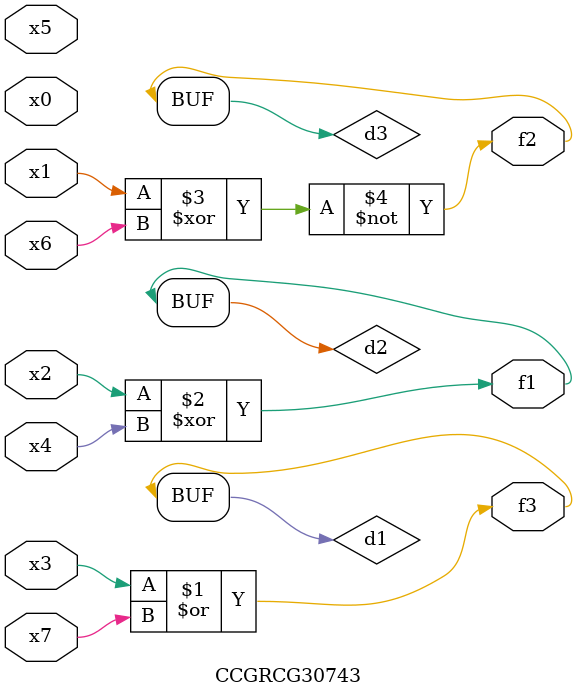
<source format=v>
module CCGRCG30743(
	input x0, x1, x2, x3, x4, x5, x6, x7,
	output f1, f2, f3
);

	wire d1, d2, d3;

	or (d1, x3, x7);
	xor (d2, x2, x4);
	xnor (d3, x1, x6);
	assign f1 = d2;
	assign f2 = d3;
	assign f3 = d1;
endmodule

</source>
